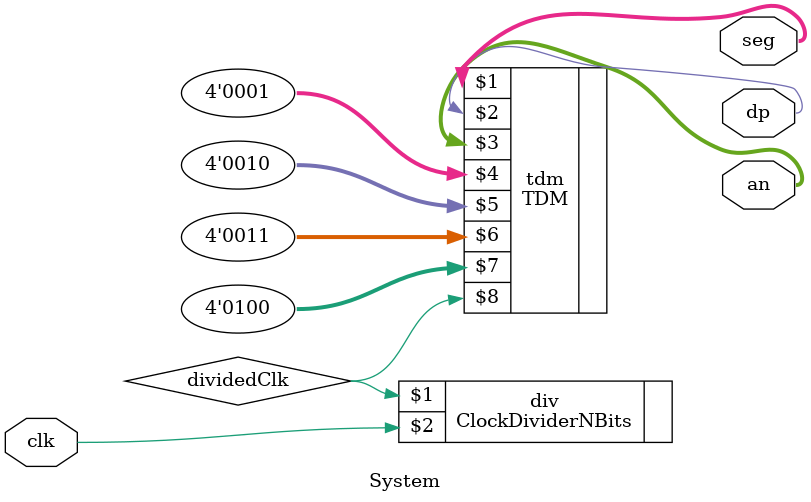
<source format=v>
`timescale 1ns / 1ps


module System(output [6:0] seg,output dp,output [3:0] an,input clk);
    wire dividedClk;
    ClockDividerNBits #(18) div(dividedClk, clk);
    
    TDM tdm(seg,dp,an,4'd1,4'd2,4'd3,4'd4,dividedClk);
    
endmodule

</source>
